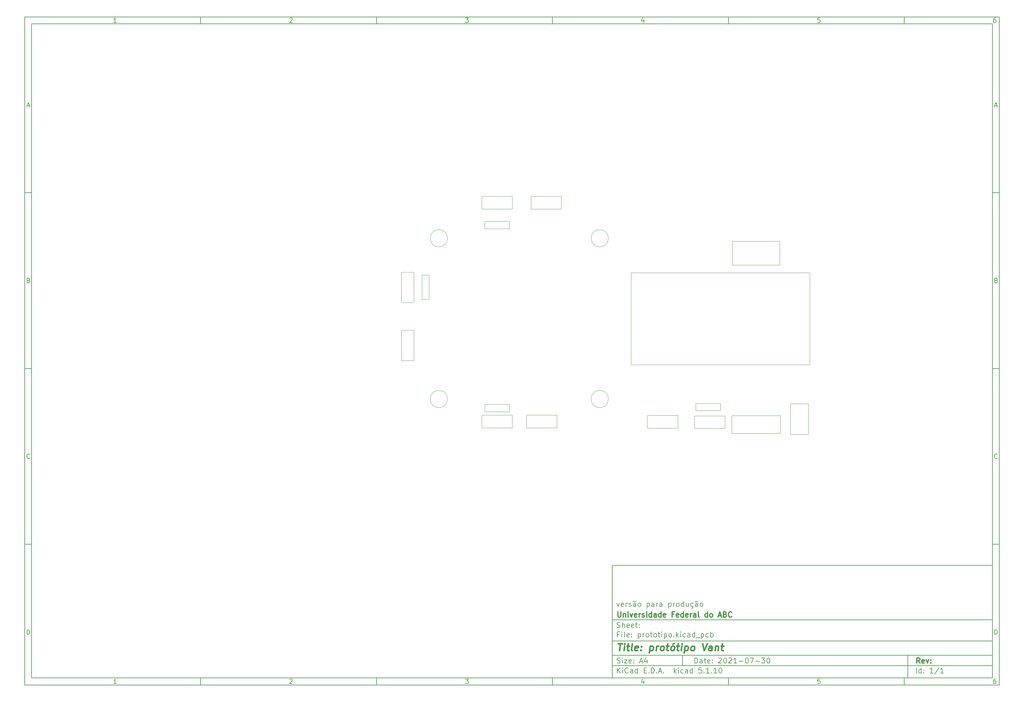
<source format=gbr>
%TF.GenerationSoftware,KiCad,Pcbnew,5.1.10*%
%TF.CreationDate,2021-08-11T12:17:18-03:00*%
%TF.ProjectId,prototipo,70726f74-6f74-4697-906f-2e6b69636164,rev?*%
%TF.SameCoordinates,Original*%
%TF.FileFunction,Other,User*%
%FSLAX46Y46*%
G04 Gerber Fmt 4.6, Leading zero omitted, Abs format (unit mm)*
G04 Created by KiCad (PCBNEW 5.1.10) date 2021-08-11 12:17:18*
%MOMM*%
%LPD*%
G01*
G04 APERTURE LIST*
%ADD10C,0.100000*%
%ADD11C,0.150000*%
%ADD12C,0.300000*%
%ADD13C,0.400000*%
%ADD14C,0.050000*%
G04 APERTURE END LIST*
D10*
D11*
X177002200Y-166007200D02*
X177002200Y-198007200D01*
X285002200Y-198007200D01*
X285002200Y-166007200D01*
X177002200Y-166007200D01*
D10*
D11*
X10000000Y-10000000D02*
X10000000Y-200007200D01*
X287002200Y-200007200D01*
X287002200Y-10000000D01*
X10000000Y-10000000D01*
D10*
D11*
X12000000Y-12000000D02*
X12000000Y-198007200D01*
X285002200Y-198007200D01*
X285002200Y-12000000D01*
X12000000Y-12000000D01*
D10*
D11*
X60000000Y-12000000D02*
X60000000Y-10000000D01*
D10*
D11*
X110000000Y-12000000D02*
X110000000Y-10000000D01*
D10*
D11*
X160000000Y-12000000D02*
X160000000Y-10000000D01*
D10*
D11*
X210000000Y-12000000D02*
X210000000Y-10000000D01*
D10*
D11*
X260000000Y-12000000D02*
X260000000Y-10000000D01*
D10*
D11*
X36065476Y-11588095D02*
X35322619Y-11588095D01*
X35694047Y-11588095D02*
X35694047Y-10288095D01*
X35570238Y-10473809D01*
X35446428Y-10597619D01*
X35322619Y-10659523D01*
D10*
D11*
X85322619Y-10411904D02*
X85384523Y-10350000D01*
X85508333Y-10288095D01*
X85817857Y-10288095D01*
X85941666Y-10350000D01*
X86003571Y-10411904D01*
X86065476Y-10535714D01*
X86065476Y-10659523D01*
X86003571Y-10845238D01*
X85260714Y-11588095D01*
X86065476Y-11588095D01*
D10*
D11*
X135260714Y-10288095D02*
X136065476Y-10288095D01*
X135632142Y-10783333D01*
X135817857Y-10783333D01*
X135941666Y-10845238D01*
X136003571Y-10907142D01*
X136065476Y-11030952D01*
X136065476Y-11340476D01*
X136003571Y-11464285D01*
X135941666Y-11526190D01*
X135817857Y-11588095D01*
X135446428Y-11588095D01*
X135322619Y-11526190D01*
X135260714Y-11464285D01*
D10*
D11*
X185941666Y-10721428D02*
X185941666Y-11588095D01*
X185632142Y-10226190D02*
X185322619Y-11154761D01*
X186127380Y-11154761D01*
D10*
D11*
X236003571Y-10288095D02*
X235384523Y-10288095D01*
X235322619Y-10907142D01*
X235384523Y-10845238D01*
X235508333Y-10783333D01*
X235817857Y-10783333D01*
X235941666Y-10845238D01*
X236003571Y-10907142D01*
X236065476Y-11030952D01*
X236065476Y-11340476D01*
X236003571Y-11464285D01*
X235941666Y-11526190D01*
X235817857Y-11588095D01*
X235508333Y-11588095D01*
X235384523Y-11526190D01*
X235322619Y-11464285D01*
D10*
D11*
X285941666Y-10288095D02*
X285694047Y-10288095D01*
X285570238Y-10350000D01*
X285508333Y-10411904D01*
X285384523Y-10597619D01*
X285322619Y-10845238D01*
X285322619Y-11340476D01*
X285384523Y-11464285D01*
X285446428Y-11526190D01*
X285570238Y-11588095D01*
X285817857Y-11588095D01*
X285941666Y-11526190D01*
X286003571Y-11464285D01*
X286065476Y-11340476D01*
X286065476Y-11030952D01*
X286003571Y-10907142D01*
X285941666Y-10845238D01*
X285817857Y-10783333D01*
X285570238Y-10783333D01*
X285446428Y-10845238D01*
X285384523Y-10907142D01*
X285322619Y-11030952D01*
D10*
D11*
X60000000Y-198007200D02*
X60000000Y-200007200D01*
D10*
D11*
X110000000Y-198007200D02*
X110000000Y-200007200D01*
D10*
D11*
X160000000Y-198007200D02*
X160000000Y-200007200D01*
D10*
D11*
X210000000Y-198007200D02*
X210000000Y-200007200D01*
D10*
D11*
X260000000Y-198007200D02*
X260000000Y-200007200D01*
D10*
D11*
X36065476Y-199595295D02*
X35322619Y-199595295D01*
X35694047Y-199595295D02*
X35694047Y-198295295D01*
X35570238Y-198481009D01*
X35446428Y-198604819D01*
X35322619Y-198666723D01*
D10*
D11*
X85322619Y-198419104D02*
X85384523Y-198357200D01*
X85508333Y-198295295D01*
X85817857Y-198295295D01*
X85941666Y-198357200D01*
X86003571Y-198419104D01*
X86065476Y-198542914D01*
X86065476Y-198666723D01*
X86003571Y-198852438D01*
X85260714Y-199595295D01*
X86065476Y-199595295D01*
D10*
D11*
X135260714Y-198295295D02*
X136065476Y-198295295D01*
X135632142Y-198790533D01*
X135817857Y-198790533D01*
X135941666Y-198852438D01*
X136003571Y-198914342D01*
X136065476Y-199038152D01*
X136065476Y-199347676D01*
X136003571Y-199471485D01*
X135941666Y-199533390D01*
X135817857Y-199595295D01*
X135446428Y-199595295D01*
X135322619Y-199533390D01*
X135260714Y-199471485D01*
D10*
D11*
X185941666Y-198728628D02*
X185941666Y-199595295D01*
X185632142Y-198233390D02*
X185322619Y-199161961D01*
X186127380Y-199161961D01*
D10*
D11*
X236003571Y-198295295D02*
X235384523Y-198295295D01*
X235322619Y-198914342D01*
X235384523Y-198852438D01*
X235508333Y-198790533D01*
X235817857Y-198790533D01*
X235941666Y-198852438D01*
X236003571Y-198914342D01*
X236065476Y-199038152D01*
X236065476Y-199347676D01*
X236003571Y-199471485D01*
X235941666Y-199533390D01*
X235817857Y-199595295D01*
X235508333Y-199595295D01*
X235384523Y-199533390D01*
X235322619Y-199471485D01*
D10*
D11*
X285941666Y-198295295D02*
X285694047Y-198295295D01*
X285570238Y-198357200D01*
X285508333Y-198419104D01*
X285384523Y-198604819D01*
X285322619Y-198852438D01*
X285322619Y-199347676D01*
X285384523Y-199471485D01*
X285446428Y-199533390D01*
X285570238Y-199595295D01*
X285817857Y-199595295D01*
X285941666Y-199533390D01*
X286003571Y-199471485D01*
X286065476Y-199347676D01*
X286065476Y-199038152D01*
X286003571Y-198914342D01*
X285941666Y-198852438D01*
X285817857Y-198790533D01*
X285570238Y-198790533D01*
X285446428Y-198852438D01*
X285384523Y-198914342D01*
X285322619Y-199038152D01*
D10*
D11*
X10000000Y-60000000D02*
X12000000Y-60000000D01*
D10*
D11*
X10000000Y-110000000D02*
X12000000Y-110000000D01*
D10*
D11*
X10000000Y-160000000D02*
X12000000Y-160000000D01*
D10*
D11*
X10690476Y-35216666D02*
X11309523Y-35216666D01*
X10566666Y-35588095D02*
X11000000Y-34288095D01*
X11433333Y-35588095D01*
D10*
D11*
X11092857Y-84907142D02*
X11278571Y-84969047D01*
X11340476Y-85030952D01*
X11402380Y-85154761D01*
X11402380Y-85340476D01*
X11340476Y-85464285D01*
X11278571Y-85526190D01*
X11154761Y-85588095D01*
X10659523Y-85588095D01*
X10659523Y-84288095D01*
X11092857Y-84288095D01*
X11216666Y-84350000D01*
X11278571Y-84411904D01*
X11340476Y-84535714D01*
X11340476Y-84659523D01*
X11278571Y-84783333D01*
X11216666Y-84845238D01*
X11092857Y-84907142D01*
X10659523Y-84907142D01*
D10*
D11*
X11402380Y-135464285D02*
X11340476Y-135526190D01*
X11154761Y-135588095D01*
X11030952Y-135588095D01*
X10845238Y-135526190D01*
X10721428Y-135402380D01*
X10659523Y-135278571D01*
X10597619Y-135030952D01*
X10597619Y-134845238D01*
X10659523Y-134597619D01*
X10721428Y-134473809D01*
X10845238Y-134350000D01*
X11030952Y-134288095D01*
X11154761Y-134288095D01*
X11340476Y-134350000D01*
X11402380Y-134411904D01*
D10*
D11*
X10659523Y-185588095D02*
X10659523Y-184288095D01*
X10969047Y-184288095D01*
X11154761Y-184350000D01*
X11278571Y-184473809D01*
X11340476Y-184597619D01*
X11402380Y-184845238D01*
X11402380Y-185030952D01*
X11340476Y-185278571D01*
X11278571Y-185402380D01*
X11154761Y-185526190D01*
X10969047Y-185588095D01*
X10659523Y-185588095D01*
D10*
D11*
X287002200Y-60000000D02*
X285002200Y-60000000D01*
D10*
D11*
X287002200Y-110000000D02*
X285002200Y-110000000D01*
D10*
D11*
X287002200Y-160000000D02*
X285002200Y-160000000D01*
D10*
D11*
X285692676Y-35216666D02*
X286311723Y-35216666D01*
X285568866Y-35588095D02*
X286002200Y-34288095D01*
X286435533Y-35588095D01*
D10*
D11*
X286095057Y-84907142D02*
X286280771Y-84969047D01*
X286342676Y-85030952D01*
X286404580Y-85154761D01*
X286404580Y-85340476D01*
X286342676Y-85464285D01*
X286280771Y-85526190D01*
X286156961Y-85588095D01*
X285661723Y-85588095D01*
X285661723Y-84288095D01*
X286095057Y-84288095D01*
X286218866Y-84350000D01*
X286280771Y-84411904D01*
X286342676Y-84535714D01*
X286342676Y-84659523D01*
X286280771Y-84783333D01*
X286218866Y-84845238D01*
X286095057Y-84907142D01*
X285661723Y-84907142D01*
D10*
D11*
X286404580Y-135464285D02*
X286342676Y-135526190D01*
X286156961Y-135588095D01*
X286033152Y-135588095D01*
X285847438Y-135526190D01*
X285723628Y-135402380D01*
X285661723Y-135278571D01*
X285599819Y-135030952D01*
X285599819Y-134845238D01*
X285661723Y-134597619D01*
X285723628Y-134473809D01*
X285847438Y-134350000D01*
X286033152Y-134288095D01*
X286156961Y-134288095D01*
X286342676Y-134350000D01*
X286404580Y-134411904D01*
D10*
D11*
X285661723Y-185588095D02*
X285661723Y-184288095D01*
X285971247Y-184288095D01*
X286156961Y-184350000D01*
X286280771Y-184473809D01*
X286342676Y-184597619D01*
X286404580Y-184845238D01*
X286404580Y-185030952D01*
X286342676Y-185278571D01*
X286280771Y-185402380D01*
X286156961Y-185526190D01*
X285971247Y-185588095D01*
X285661723Y-185588095D01*
D10*
D11*
X200434342Y-193785771D02*
X200434342Y-192285771D01*
X200791485Y-192285771D01*
X201005771Y-192357200D01*
X201148628Y-192500057D01*
X201220057Y-192642914D01*
X201291485Y-192928628D01*
X201291485Y-193142914D01*
X201220057Y-193428628D01*
X201148628Y-193571485D01*
X201005771Y-193714342D01*
X200791485Y-193785771D01*
X200434342Y-193785771D01*
X202577200Y-193785771D02*
X202577200Y-193000057D01*
X202505771Y-192857200D01*
X202362914Y-192785771D01*
X202077200Y-192785771D01*
X201934342Y-192857200D01*
X202577200Y-193714342D02*
X202434342Y-193785771D01*
X202077200Y-193785771D01*
X201934342Y-193714342D01*
X201862914Y-193571485D01*
X201862914Y-193428628D01*
X201934342Y-193285771D01*
X202077200Y-193214342D01*
X202434342Y-193214342D01*
X202577200Y-193142914D01*
X203077200Y-192785771D02*
X203648628Y-192785771D01*
X203291485Y-192285771D02*
X203291485Y-193571485D01*
X203362914Y-193714342D01*
X203505771Y-193785771D01*
X203648628Y-193785771D01*
X204720057Y-193714342D02*
X204577200Y-193785771D01*
X204291485Y-193785771D01*
X204148628Y-193714342D01*
X204077200Y-193571485D01*
X204077200Y-193000057D01*
X204148628Y-192857200D01*
X204291485Y-192785771D01*
X204577200Y-192785771D01*
X204720057Y-192857200D01*
X204791485Y-193000057D01*
X204791485Y-193142914D01*
X204077200Y-193285771D01*
X205434342Y-193642914D02*
X205505771Y-193714342D01*
X205434342Y-193785771D01*
X205362914Y-193714342D01*
X205434342Y-193642914D01*
X205434342Y-193785771D01*
X205434342Y-192857200D02*
X205505771Y-192928628D01*
X205434342Y-193000057D01*
X205362914Y-192928628D01*
X205434342Y-192857200D01*
X205434342Y-193000057D01*
X207220057Y-192428628D02*
X207291485Y-192357200D01*
X207434342Y-192285771D01*
X207791485Y-192285771D01*
X207934342Y-192357200D01*
X208005771Y-192428628D01*
X208077200Y-192571485D01*
X208077200Y-192714342D01*
X208005771Y-192928628D01*
X207148628Y-193785771D01*
X208077200Y-193785771D01*
X209005771Y-192285771D02*
X209148628Y-192285771D01*
X209291485Y-192357200D01*
X209362914Y-192428628D01*
X209434342Y-192571485D01*
X209505771Y-192857200D01*
X209505771Y-193214342D01*
X209434342Y-193500057D01*
X209362914Y-193642914D01*
X209291485Y-193714342D01*
X209148628Y-193785771D01*
X209005771Y-193785771D01*
X208862914Y-193714342D01*
X208791485Y-193642914D01*
X208720057Y-193500057D01*
X208648628Y-193214342D01*
X208648628Y-192857200D01*
X208720057Y-192571485D01*
X208791485Y-192428628D01*
X208862914Y-192357200D01*
X209005771Y-192285771D01*
X210077200Y-192428628D02*
X210148628Y-192357200D01*
X210291485Y-192285771D01*
X210648628Y-192285771D01*
X210791485Y-192357200D01*
X210862914Y-192428628D01*
X210934342Y-192571485D01*
X210934342Y-192714342D01*
X210862914Y-192928628D01*
X210005771Y-193785771D01*
X210934342Y-193785771D01*
X212362914Y-193785771D02*
X211505771Y-193785771D01*
X211934342Y-193785771D02*
X211934342Y-192285771D01*
X211791485Y-192500057D01*
X211648628Y-192642914D01*
X211505771Y-192714342D01*
X213005771Y-193214342D02*
X214148628Y-193214342D01*
X215148628Y-192285771D02*
X215291485Y-192285771D01*
X215434342Y-192357200D01*
X215505771Y-192428628D01*
X215577200Y-192571485D01*
X215648628Y-192857200D01*
X215648628Y-193214342D01*
X215577200Y-193500057D01*
X215505771Y-193642914D01*
X215434342Y-193714342D01*
X215291485Y-193785771D01*
X215148628Y-193785771D01*
X215005771Y-193714342D01*
X214934342Y-193642914D01*
X214862914Y-193500057D01*
X214791485Y-193214342D01*
X214791485Y-192857200D01*
X214862914Y-192571485D01*
X214934342Y-192428628D01*
X215005771Y-192357200D01*
X215148628Y-192285771D01*
X216148628Y-192285771D02*
X217148628Y-192285771D01*
X216505771Y-193785771D01*
X217720057Y-193214342D02*
X218862914Y-193214342D01*
X219434342Y-192285771D02*
X220362914Y-192285771D01*
X219862914Y-192857200D01*
X220077200Y-192857200D01*
X220220057Y-192928628D01*
X220291485Y-193000057D01*
X220362914Y-193142914D01*
X220362914Y-193500057D01*
X220291485Y-193642914D01*
X220220057Y-193714342D01*
X220077200Y-193785771D01*
X219648628Y-193785771D01*
X219505771Y-193714342D01*
X219434342Y-193642914D01*
X221291485Y-192285771D02*
X221434342Y-192285771D01*
X221577200Y-192357200D01*
X221648628Y-192428628D01*
X221720057Y-192571485D01*
X221791485Y-192857200D01*
X221791485Y-193214342D01*
X221720057Y-193500057D01*
X221648628Y-193642914D01*
X221577200Y-193714342D01*
X221434342Y-193785771D01*
X221291485Y-193785771D01*
X221148628Y-193714342D01*
X221077200Y-193642914D01*
X221005771Y-193500057D01*
X220934342Y-193214342D01*
X220934342Y-192857200D01*
X221005771Y-192571485D01*
X221077200Y-192428628D01*
X221148628Y-192357200D01*
X221291485Y-192285771D01*
D10*
D11*
X177002200Y-194507200D02*
X285002200Y-194507200D01*
D10*
D11*
X178434342Y-196585771D02*
X178434342Y-195085771D01*
X179291485Y-196585771D02*
X178648628Y-195728628D01*
X179291485Y-195085771D02*
X178434342Y-195942914D01*
X179934342Y-196585771D02*
X179934342Y-195585771D01*
X179934342Y-195085771D02*
X179862914Y-195157200D01*
X179934342Y-195228628D01*
X180005771Y-195157200D01*
X179934342Y-195085771D01*
X179934342Y-195228628D01*
X181505771Y-196442914D02*
X181434342Y-196514342D01*
X181220057Y-196585771D01*
X181077200Y-196585771D01*
X180862914Y-196514342D01*
X180720057Y-196371485D01*
X180648628Y-196228628D01*
X180577200Y-195942914D01*
X180577200Y-195728628D01*
X180648628Y-195442914D01*
X180720057Y-195300057D01*
X180862914Y-195157200D01*
X181077200Y-195085771D01*
X181220057Y-195085771D01*
X181434342Y-195157200D01*
X181505771Y-195228628D01*
X182791485Y-196585771D02*
X182791485Y-195800057D01*
X182720057Y-195657200D01*
X182577200Y-195585771D01*
X182291485Y-195585771D01*
X182148628Y-195657200D01*
X182791485Y-196514342D02*
X182648628Y-196585771D01*
X182291485Y-196585771D01*
X182148628Y-196514342D01*
X182077200Y-196371485D01*
X182077200Y-196228628D01*
X182148628Y-196085771D01*
X182291485Y-196014342D01*
X182648628Y-196014342D01*
X182791485Y-195942914D01*
X184148628Y-196585771D02*
X184148628Y-195085771D01*
X184148628Y-196514342D02*
X184005771Y-196585771D01*
X183720057Y-196585771D01*
X183577200Y-196514342D01*
X183505771Y-196442914D01*
X183434342Y-196300057D01*
X183434342Y-195871485D01*
X183505771Y-195728628D01*
X183577200Y-195657200D01*
X183720057Y-195585771D01*
X184005771Y-195585771D01*
X184148628Y-195657200D01*
X186005771Y-195800057D02*
X186505771Y-195800057D01*
X186720057Y-196585771D02*
X186005771Y-196585771D01*
X186005771Y-195085771D01*
X186720057Y-195085771D01*
X187362914Y-196442914D02*
X187434342Y-196514342D01*
X187362914Y-196585771D01*
X187291485Y-196514342D01*
X187362914Y-196442914D01*
X187362914Y-196585771D01*
X188077200Y-196585771D02*
X188077200Y-195085771D01*
X188434342Y-195085771D01*
X188648628Y-195157200D01*
X188791485Y-195300057D01*
X188862914Y-195442914D01*
X188934342Y-195728628D01*
X188934342Y-195942914D01*
X188862914Y-196228628D01*
X188791485Y-196371485D01*
X188648628Y-196514342D01*
X188434342Y-196585771D01*
X188077200Y-196585771D01*
X189577200Y-196442914D02*
X189648628Y-196514342D01*
X189577200Y-196585771D01*
X189505771Y-196514342D01*
X189577200Y-196442914D01*
X189577200Y-196585771D01*
X190220057Y-196157200D02*
X190934342Y-196157200D01*
X190077200Y-196585771D02*
X190577200Y-195085771D01*
X191077200Y-196585771D01*
X191577200Y-196442914D02*
X191648628Y-196514342D01*
X191577200Y-196585771D01*
X191505771Y-196514342D01*
X191577200Y-196442914D01*
X191577200Y-196585771D01*
X194577200Y-196585771D02*
X194577200Y-195085771D01*
X194720057Y-196014342D02*
X195148628Y-196585771D01*
X195148628Y-195585771D02*
X194577200Y-196157200D01*
X195791485Y-196585771D02*
X195791485Y-195585771D01*
X195791485Y-195085771D02*
X195720057Y-195157200D01*
X195791485Y-195228628D01*
X195862914Y-195157200D01*
X195791485Y-195085771D01*
X195791485Y-195228628D01*
X197148628Y-196514342D02*
X197005771Y-196585771D01*
X196720057Y-196585771D01*
X196577200Y-196514342D01*
X196505771Y-196442914D01*
X196434342Y-196300057D01*
X196434342Y-195871485D01*
X196505771Y-195728628D01*
X196577200Y-195657200D01*
X196720057Y-195585771D01*
X197005771Y-195585771D01*
X197148628Y-195657200D01*
X198434342Y-196585771D02*
X198434342Y-195800057D01*
X198362914Y-195657200D01*
X198220057Y-195585771D01*
X197934342Y-195585771D01*
X197791485Y-195657200D01*
X198434342Y-196514342D02*
X198291485Y-196585771D01*
X197934342Y-196585771D01*
X197791485Y-196514342D01*
X197720057Y-196371485D01*
X197720057Y-196228628D01*
X197791485Y-196085771D01*
X197934342Y-196014342D01*
X198291485Y-196014342D01*
X198434342Y-195942914D01*
X199791485Y-196585771D02*
X199791485Y-195085771D01*
X199791485Y-196514342D02*
X199648628Y-196585771D01*
X199362914Y-196585771D01*
X199220057Y-196514342D01*
X199148628Y-196442914D01*
X199077200Y-196300057D01*
X199077200Y-195871485D01*
X199148628Y-195728628D01*
X199220057Y-195657200D01*
X199362914Y-195585771D01*
X199648628Y-195585771D01*
X199791485Y-195657200D01*
X202362914Y-195085771D02*
X201648628Y-195085771D01*
X201577200Y-195800057D01*
X201648628Y-195728628D01*
X201791485Y-195657200D01*
X202148628Y-195657200D01*
X202291485Y-195728628D01*
X202362914Y-195800057D01*
X202434342Y-195942914D01*
X202434342Y-196300057D01*
X202362914Y-196442914D01*
X202291485Y-196514342D01*
X202148628Y-196585771D01*
X201791485Y-196585771D01*
X201648628Y-196514342D01*
X201577200Y-196442914D01*
X203077200Y-196442914D02*
X203148628Y-196514342D01*
X203077200Y-196585771D01*
X203005771Y-196514342D01*
X203077200Y-196442914D01*
X203077200Y-196585771D01*
X204577200Y-196585771D02*
X203720057Y-196585771D01*
X204148628Y-196585771D02*
X204148628Y-195085771D01*
X204005771Y-195300057D01*
X203862914Y-195442914D01*
X203720057Y-195514342D01*
X205220057Y-196442914D02*
X205291485Y-196514342D01*
X205220057Y-196585771D01*
X205148628Y-196514342D01*
X205220057Y-196442914D01*
X205220057Y-196585771D01*
X206720057Y-196585771D02*
X205862914Y-196585771D01*
X206291485Y-196585771D02*
X206291485Y-195085771D01*
X206148628Y-195300057D01*
X206005771Y-195442914D01*
X205862914Y-195514342D01*
X207648628Y-195085771D02*
X207791485Y-195085771D01*
X207934342Y-195157200D01*
X208005771Y-195228628D01*
X208077200Y-195371485D01*
X208148628Y-195657200D01*
X208148628Y-196014342D01*
X208077200Y-196300057D01*
X208005771Y-196442914D01*
X207934342Y-196514342D01*
X207791485Y-196585771D01*
X207648628Y-196585771D01*
X207505771Y-196514342D01*
X207434342Y-196442914D01*
X207362914Y-196300057D01*
X207291485Y-196014342D01*
X207291485Y-195657200D01*
X207362914Y-195371485D01*
X207434342Y-195228628D01*
X207505771Y-195157200D01*
X207648628Y-195085771D01*
D10*
D11*
X177002200Y-191507200D02*
X285002200Y-191507200D01*
D10*
D12*
X264411485Y-193785771D02*
X263911485Y-193071485D01*
X263554342Y-193785771D02*
X263554342Y-192285771D01*
X264125771Y-192285771D01*
X264268628Y-192357200D01*
X264340057Y-192428628D01*
X264411485Y-192571485D01*
X264411485Y-192785771D01*
X264340057Y-192928628D01*
X264268628Y-193000057D01*
X264125771Y-193071485D01*
X263554342Y-193071485D01*
X265625771Y-193714342D02*
X265482914Y-193785771D01*
X265197200Y-193785771D01*
X265054342Y-193714342D01*
X264982914Y-193571485D01*
X264982914Y-193000057D01*
X265054342Y-192857200D01*
X265197200Y-192785771D01*
X265482914Y-192785771D01*
X265625771Y-192857200D01*
X265697200Y-193000057D01*
X265697200Y-193142914D01*
X264982914Y-193285771D01*
X266197200Y-192785771D02*
X266554342Y-193785771D01*
X266911485Y-192785771D01*
X267482914Y-193642914D02*
X267554342Y-193714342D01*
X267482914Y-193785771D01*
X267411485Y-193714342D01*
X267482914Y-193642914D01*
X267482914Y-193785771D01*
X267482914Y-192857200D02*
X267554342Y-192928628D01*
X267482914Y-193000057D01*
X267411485Y-192928628D01*
X267482914Y-192857200D01*
X267482914Y-193000057D01*
D10*
D11*
X178362914Y-193714342D02*
X178577200Y-193785771D01*
X178934342Y-193785771D01*
X179077200Y-193714342D01*
X179148628Y-193642914D01*
X179220057Y-193500057D01*
X179220057Y-193357200D01*
X179148628Y-193214342D01*
X179077200Y-193142914D01*
X178934342Y-193071485D01*
X178648628Y-193000057D01*
X178505771Y-192928628D01*
X178434342Y-192857200D01*
X178362914Y-192714342D01*
X178362914Y-192571485D01*
X178434342Y-192428628D01*
X178505771Y-192357200D01*
X178648628Y-192285771D01*
X179005771Y-192285771D01*
X179220057Y-192357200D01*
X179862914Y-193785771D02*
X179862914Y-192785771D01*
X179862914Y-192285771D02*
X179791485Y-192357200D01*
X179862914Y-192428628D01*
X179934342Y-192357200D01*
X179862914Y-192285771D01*
X179862914Y-192428628D01*
X180434342Y-192785771D02*
X181220057Y-192785771D01*
X180434342Y-193785771D01*
X181220057Y-193785771D01*
X182362914Y-193714342D02*
X182220057Y-193785771D01*
X181934342Y-193785771D01*
X181791485Y-193714342D01*
X181720057Y-193571485D01*
X181720057Y-193000057D01*
X181791485Y-192857200D01*
X181934342Y-192785771D01*
X182220057Y-192785771D01*
X182362914Y-192857200D01*
X182434342Y-193000057D01*
X182434342Y-193142914D01*
X181720057Y-193285771D01*
X183077200Y-193642914D02*
X183148628Y-193714342D01*
X183077200Y-193785771D01*
X183005771Y-193714342D01*
X183077200Y-193642914D01*
X183077200Y-193785771D01*
X183077200Y-192857200D02*
X183148628Y-192928628D01*
X183077200Y-193000057D01*
X183005771Y-192928628D01*
X183077200Y-192857200D01*
X183077200Y-193000057D01*
X184862914Y-193357200D02*
X185577200Y-193357200D01*
X184720057Y-193785771D02*
X185220057Y-192285771D01*
X185720057Y-193785771D01*
X186862914Y-192785771D02*
X186862914Y-193785771D01*
X186505771Y-192214342D02*
X186148628Y-193285771D01*
X187077200Y-193285771D01*
D10*
D11*
X263434342Y-196585771D02*
X263434342Y-195085771D01*
X264791485Y-196585771D02*
X264791485Y-195085771D01*
X264791485Y-196514342D02*
X264648628Y-196585771D01*
X264362914Y-196585771D01*
X264220057Y-196514342D01*
X264148628Y-196442914D01*
X264077200Y-196300057D01*
X264077200Y-195871485D01*
X264148628Y-195728628D01*
X264220057Y-195657200D01*
X264362914Y-195585771D01*
X264648628Y-195585771D01*
X264791485Y-195657200D01*
X265505771Y-196442914D02*
X265577200Y-196514342D01*
X265505771Y-196585771D01*
X265434342Y-196514342D01*
X265505771Y-196442914D01*
X265505771Y-196585771D01*
X265505771Y-195657200D02*
X265577200Y-195728628D01*
X265505771Y-195800057D01*
X265434342Y-195728628D01*
X265505771Y-195657200D01*
X265505771Y-195800057D01*
X268148628Y-196585771D02*
X267291485Y-196585771D01*
X267720057Y-196585771D02*
X267720057Y-195085771D01*
X267577200Y-195300057D01*
X267434342Y-195442914D01*
X267291485Y-195514342D01*
X269862914Y-195014342D02*
X268577200Y-196942914D01*
X271148628Y-196585771D02*
X270291485Y-196585771D01*
X270720057Y-196585771D02*
X270720057Y-195085771D01*
X270577200Y-195300057D01*
X270434342Y-195442914D01*
X270291485Y-195514342D01*
D10*
D11*
X177002200Y-187507200D02*
X285002200Y-187507200D01*
D10*
D13*
X178714580Y-188211961D02*
X179857438Y-188211961D01*
X179036009Y-190211961D02*
X179286009Y-188211961D01*
X180274104Y-190211961D02*
X180440771Y-188878628D01*
X180524104Y-188211961D02*
X180416961Y-188307200D01*
X180500295Y-188402438D01*
X180607438Y-188307200D01*
X180524104Y-188211961D01*
X180500295Y-188402438D01*
X181107438Y-188878628D02*
X181869342Y-188878628D01*
X181476485Y-188211961D02*
X181262200Y-189926247D01*
X181333628Y-190116723D01*
X181512200Y-190211961D01*
X181702676Y-190211961D01*
X182655057Y-190211961D02*
X182476485Y-190116723D01*
X182405057Y-189926247D01*
X182619342Y-188211961D01*
X184190771Y-190116723D02*
X183988390Y-190211961D01*
X183607438Y-190211961D01*
X183428866Y-190116723D01*
X183357438Y-189926247D01*
X183452676Y-189164342D01*
X183571723Y-188973866D01*
X183774104Y-188878628D01*
X184155057Y-188878628D01*
X184333628Y-188973866D01*
X184405057Y-189164342D01*
X184381247Y-189354819D01*
X183405057Y-189545295D01*
X185155057Y-190021485D02*
X185238390Y-190116723D01*
X185131247Y-190211961D01*
X185047914Y-190116723D01*
X185155057Y-190021485D01*
X185131247Y-190211961D01*
X185286009Y-188973866D02*
X185369342Y-189069104D01*
X185262200Y-189164342D01*
X185178866Y-189069104D01*
X185286009Y-188973866D01*
X185262200Y-189164342D01*
X187774104Y-188878628D02*
X187524104Y-190878628D01*
X187762200Y-188973866D02*
X187964580Y-188878628D01*
X188345533Y-188878628D01*
X188524104Y-188973866D01*
X188607438Y-189069104D01*
X188678866Y-189259580D01*
X188607438Y-189831009D01*
X188488390Y-190021485D01*
X188381247Y-190116723D01*
X188178866Y-190211961D01*
X187797914Y-190211961D01*
X187619342Y-190116723D01*
X189416961Y-190211961D02*
X189583628Y-188878628D01*
X189536009Y-189259580D02*
X189655057Y-189069104D01*
X189762200Y-188973866D01*
X189964580Y-188878628D01*
X190155057Y-188878628D01*
X190940771Y-190211961D02*
X190762200Y-190116723D01*
X190678866Y-190021485D01*
X190607438Y-189831009D01*
X190678866Y-189259580D01*
X190797914Y-189069104D01*
X190905057Y-188973866D01*
X191107438Y-188878628D01*
X191393152Y-188878628D01*
X191571723Y-188973866D01*
X191655057Y-189069104D01*
X191726485Y-189259580D01*
X191655057Y-189831009D01*
X191536009Y-190021485D01*
X191428866Y-190116723D01*
X191226485Y-190211961D01*
X190940771Y-190211961D01*
X192345533Y-188878628D02*
X193107438Y-188878628D01*
X192714580Y-188211961D02*
X192500295Y-189926247D01*
X192571723Y-190116723D01*
X192750295Y-190211961D01*
X192940771Y-190211961D01*
X193893152Y-190211961D02*
X193714580Y-190116723D01*
X193631247Y-190021485D01*
X193559819Y-189831009D01*
X193631247Y-189259580D01*
X193750295Y-189069104D01*
X193857438Y-188973866D01*
X194059819Y-188878628D01*
X194345533Y-188878628D01*
X194524104Y-188973866D01*
X194607438Y-189069104D01*
X194678866Y-189259580D01*
X194607438Y-189831009D01*
X194488390Y-190021485D01*
X194381247Y-190116723D01*
X194178866Y-190211961D01*
X193893152Y-190211961D01*
X194536009Y-188116723D02*
X194214580Y-188402438D01*
X195297914Y-188878628D02*
X196059819Y-188878628D01*
X195666961Y-188211961D02*
X195452676Y-189926247D01*
X195524104Y-190116723D01*
X195702676Y-190211961D01*
X195893152Y-190211961D01*
X196559819Y-190211961D02*
X196726485Y-188878628D01*
X196809819Y-188211961D02*
X196702676Y-188307200D01*
X196786009Y-188402438D01*
X196893152Y-188307200D01*
X196809819Y-188211961D01*
X196786009Y-188402438D01*
X197678866Y-188878628D02*
X197428866Y-190878628D01*
X197666961Y-188973866D02*
X197869342Y-188878628D01*
X198250295Y-188878628D01*
X198428866Y-188973866D01*
X198512200Y-189069104D01*
X198583628Y-189259580D01*
X198512200Y-189831009D01*
X198393152Y-190021485D01*
X198286009Y-190116723D01*
X198083628Y-190211961D01*
X197702676Y-190211961D01*
X197524104Y-190116723D01*
X199607438Y-190211961D02*
X199428866Y-190116723D01*
X199345533Y-190021485D01*
X199274104Y-189831009D01*
X199345533Y-189259580D01*
X199464580Y-189069104D01*
X199571723Y-188973866D01*
X199774104Y-188878628D01*
X200059819Y-188878628D01*
X200238390Y-188973866D01*
X200321723Y-189069104D01*
X200393152Y-189259580D01*
X200321723Y-189831009D01*
X200202676Y-190021485D01*
X200095533Y-190116723D01*
X199893152Y-190211961D01*
X199607438Y-190211961D01*
X202619342Y-188211961D02*
X203036009Y-190211961D01*
X203952676Y-188211961D01*
X205226485Y-190211961D02*
X205357438Y-189164342D01*
X205286009Y-188973866D01*
X205107438Y-188878628D01*
X204726485Y-188878628D01*
X204524104Y-188973866D01*
X205238390Y-190116723D02*
X205036009Y-190211961D01*
X204559819Y-190211961D01*
X204381247Y-190116723D01*
X204309819Y-189926247D01*
X204333628Y-189735771D01*
X204452676Y-189545295D01*
X204655057Y-189450057D01*
X205131247Y-189450057D01*
X205333628Y-189354819D01*
X206345533Y-188878628D02*
X206178866Y-190211961D01*
X206321723Y-189069104D02*
X206428866Y-188973866D01*
X206631247Y-188878628D01*
X206916961Y-188878628D01*
X207095533Y-188973866D01*
X207166961Y-189164342D01*
X207036009Y-190211961D01*
X207869342Y-188878628D02*
X208631247Y-188878628D01*
X208238390Y-188211961D02*
X208024104Y-189926247D01*
X208095533Y-190116723D01*
X208274104Y-190211961D01*
X208464580Y-190211961D01*
D10*
D11*
X178934342Y-185600057D02*
X178434342Y-185600057D01*
X178434342Y-186385771D02*
X178434342Y-184885771D01*
X179148628Y-184885771D01*
X179720057Y-186385771D02*
X179720057Y-185385771D01*
X179720057Y-184885771D02*
X179648628Y-184957200D01*
X179720057Y-185028628D01*
X179791485Y-184957200D01*
X179720057Y-184885771D01*
X179720057Y-185028628D01*
X180648628Y-186385771D02*
X180505771Y-186314342D01*
X180434342Y-186171485D01*
X180434342Y-184885771D01*
X181791485Y-186314342D02*
X181648628Y-186385771D01*
X181362914Y-186385771D01*
X181220057Y-186314342D01*
X181148628Y-186171485D01*
X181148628Y-185600057D01*
X181220057Y-185457200D01*
X181362914Y-185385771D01*
X181648628Y-185385771D01*
X181791485Y-185457200D01*
X181862914Y-185600057D01*
X181862914Y-185742914D01*
X181148628Y-185885771D01*
X182505771Y-186242914D02*
X182577200Y-186314342D01*
X182505771Y-186385771D01*
X182434342Y-186314342D01*
X182505771Y-186242914D01*
X182505771Y-186385771D01*
X182505771Y-185457200D02*
X182577200Y-185528628D01*
X182505771Y-185600057D01*
X182434342Y-185528628D01*
X182505771Y-185457200D01*
X182505771Y-185600057D01*
X184362914Y-185385771D02*
X184362914Y-186885771D01*
X184362914Y-185457200D02*
X184505771Y-185385771D01*
X184791485Y-185385771D01*
X184934342Y-185457200D01*
X185005771Y-185528628D01*
X185077200Y-185671485D01*
X185077200Y-186100057D01*
X185005771Y-186242914D01*
X184934342Y-186314342D01*
X184791485Y-186385771D01*
X184505771Y-186385771D01*
X184362914Y-186314342D01*
X185720057Y-186385771D02*
X185720057Y-185385771D01*
X185720057Y-185671485D02*
X185791485Y-185528628D01*
X185862914Y-185457200D01*
X186005771Y-185385771D01*
X186148628Y-185385771D01*
X186862914Y-186385771D02*
X186720057Y-186314342D01*
X186648628Y-186242914D01*
X186577200Y-186100057D01*
X186577200Y-185671485D01*
X186648628Y-185528628D01*
X186720057Y-185457200D01*
X186862914Y-185385771D01*
X187077200Y-185385771D01*
X187220057Y-185457200D01*
X187291485Y-185528628D01*
X187362914Y-185671485D01*
X187362914Y-186100057D01*
X187291485Y-186242914D01*
X187220057Y-186314342D01*
X187077200Y-186385771D01*
X186862914Y-186385771D01*
X187791485Y-185385771D02*
X188362914Y-185385771D01*
X188005771Y-184885771D02*
X188005771Y-186171485D01*
X188077200Y-186314342D01*
X188220057Y-186385771D01*
X188362914Y-186385771D01*
X189077200Y-186385771D02*
X188934342Y-186314342D01*
X188862914Y-186242914D01*
X188791485Y-186100057D01*
X188791485Y-185671485D01*
X188862914Y-185528628D01*
X188934342Y-185457200D01*
X189077200Y-185385771D01*
X189291485Y-185385771D01*
X189434342Y-185457200D01*
X189505771Y-185528628D01*
X189577200Y-185671485D01*
X189577200Y-186100057D01*
X189505771Y-186242914D01*
X189434342Y-186314342D01*
X189291485Y-186385771D01*
X189077200Y-186385771D01*
X190005771Y-185385771D02*
X190577200Y-185385771D01*
X190220057Y-184885771D02*
X190220057Y-186171485D01*
X190291485Y-186314342D01*
X190434342Y-186385771D01*
X190577200Y-186385771D01*
X191077200Y-186385771D02*
X191077200Y-185385771D01*
X191077200Y-184885771D02*
X191005771Y-184957200D01*
X191077200Y-185028628D01*
X191148628Y-184957200D01*
X191077200Y-184885771D01*
X191077200Y-185028628D01*
X191791485Y-185385771D02*
X191791485Y-186885771D01*
X191791485Y-185457200D02*
X191934342Y-185385771D01*
X192220057Y-185385771D01*
X192362914Y-185457200D01*
X192434342Y-185528628D01*
X192505771Y-185671485D01*
X192505771Y-186100057D01*
X192434342Y-186242914D01*
X192362914Y-186314342D01*
X192220057Y-186385771D01*
X191934342Y-186385771D01*
X191791485Y-186314342D01*
X193362914Y-186385771D02*
X193220057Y-186314342D01*
X193148628Y-186242914D01*
X193077200Y-186100057D01*
X193077200Y-185671485D01*
X193148628Y-185528628D01*
X193220057Y-185457200D01*
X193362914Y-185385771D01*
X193577200Y-185385771D01*
X193720057Y-185457200D01*
X193791485Y-185528628D01*
X193862914Y-185671485D01*
X193862914Y-186100057D01*
X193791485Y-186242914D01*
X193720057Y-186314342D01*
X193577200Y-186385771D01*
X193362914Y-186385771D01*
X194505771Y-186242914D02*
X194577200Y-186314342D01*
X194505771Y-186385771D01*
X194434342Y-186314342D01*
X194505771Y-186242914D01*
X194505771Y-186385771D01*
X195220057Y-186385771D02*
X195220057Y-184885771D01*
X195362914Y-185814342D02*
X195791485Y-186385771D01*
X195791485Y-185385771D02*
X195220057Y-185957200D01*
X196434342Y-186385771D02*
X196434342Y-185385771D01*
X196434342Y-184885771D02*
X196362914Y-184957200D01*
X196434342Y-185028628D01*
X196505771Y-184957200D01*
X196434342Y-184885771D01*
X196434342Y-185028628D01*
X197791485Y-186314342D02*
X197648628Y-186385771D01*
X197362914Y-186385771D01*
X197220057Y-186314342D01*
X197148628Y-186242914D01*
X197077200Y-186100057D01*
X197077200Y-185671485D01*
X197148628Y-185528628D01*
X197220057Y-185457200D01*
X197362914Y-185385771D01*
X197648628Y-185385771D01*
X197791485Y-185457200D01*
X199077200Y-186385771D02*
X199077200Y-185600057D01*
X199005771Y-185457200D01*
X198862914Y-185385771D01*
X198577200Y-185385771D01*
X198434342Y-185457200D01*
X199077200Y-186314342D02*
X198934342Y-186385771D01*
X198577200Y-186385771D01*
X198434342Y-186314342D01*
X198362914Y-186171485D01*
X198362914Y-186028628D01*
X198434342Y-185885771D01*
X198577200Y-185814342D01*
X198934342Y-185814342D01*
X199077200Y-185742914D01*
X200434342Y-186385771D02*
X200434342Y-184885771D01*
X200434342Y-186314342D02*
X200291485Y-186385771D01*
X200005771Y-186385771D01*
X199862914Y-186314342D01*
X199791485Y-186242914D01*
X199720057Y-186100057D01*
X199720057Y-185671485D01*
X199791485Y-185528628D01*
X199862914Y-185457200D01*
X200005771Y-185385771D01*
X200291485Y-185385771D01*
X200434342Y-185457200D01*
X200791485Y-186528628D02*
X201934342Y-186528628D01*
X202291485Y-185385771D02*
X202291485Y-186885771D01*
X202291485Y-185457200D02*
X202434342Y-185385771D01*
X202720057Y-185385771D01*
X202862914Y-185457200D01*
X202934342Y-185528628D01*
X203005771Y-185671485D01*
X203005771Y-186100057D01*
X202934342Y-186242914D01*
X202862914Y-186314342D01*
X202720057Y-186385771D01*
X202434342Y-186385771D01*
X202291485Y-186314342D01*
X204291485Y-186314342D02*
X204148628Y-186385771D01*
X203862914Y-186385771D01*
X203720057Y-186314342D01*
X203648628Y-186242914D01*
X203577200Y-186100057D01*
X203577200Y-185671485D01*
X203648628Y-185528628D01*
X203720057Y-185457200D01*
X203862914Y-185385771D01*
X204148628Y-185385771D01*
X204291485Y-185457200D01*
X204934342Y-186385771D02*
X204934342Y-184885771D01*
X204934342Y-185457200D02*
X205077200Y-185385771D01*
X205362914Y-185385771D01*
X205505771Y-185457200D01*
X205577200Y-185528628D01*
X205648628Y-185671485D01*
X205648628Y-186100057D01*
X205577200Y-186242914D01*
X205505771Y-186314342D01*
X205362914Y-186385771D01*
X205077200Y-186385771D01*
X204934342Y-186314342D01*
D10*
D11*
X177002200Y-181507200D02*
X285002200Y-181507200D01*
D10*
D11*
X178362914Y-183614342D02*
X178577200Y-183685771D01*
X178934342Y-183685771D01*
X179077200Y-183614342D01*
X179148628Y-183542914D01*
X179220057Y-183400057D01*
X179220057Y-183257200D01*
X179148628Y-183114342D01*
X179077200Y-183042914D01*
X178934342Y-182971485D01*
X178648628Y-182900057D01*
X178505771Y-182828628D01*
X178434342Y-182757200D01*
X178362914Y-182614342D01*
X178362914Y-182471485D01*
X178434342Y-182328628D01*
X178505771Y-182257200D01*
X178648628Y-182185771D01*
X179005771Y-182185771D01*
X179220057Y-182257200D01*
X179862914Y-183685771D02*
X179862914Y-182185771D01*
X180505771Y-183685771D02*
X180505771Y-182900057D01*
X180434342Y-182757200D01*
X180291485Y-182685771D01*
X180077200Y-182685771D01*
X179934342Y-182757200D01*
X179862914Y-182828628D01*
X181791485Y-183614342D02*
X181648628Y-183685771D01*
X181362914Y-183685771D01*
X181220057Y-183614342D01*
X181148628Y-183471485D01*
X181148628Y-182900057D01*
X181220057Y-182757200D01*
X181362914Y-182685771D01*
X181648628Y-182685771D01*
X181791485Y-182757200D01*
X181862914Y-182900057D01*
X181862914Y-183042914D01*
X181148628Y-183185771D01*
X183077200Y-183614342D02*
X182934342Y-183685771D01*
X182648628Y-183685771D01*
X182505771Y-183614342D01*
X182434342Y-183471485D01*
X182434342Y-182900057D01*
X182505771Y-182757200D01*
X182648628Y-182685771D01*
X182934342Y-182685771D01*
X183077200Y-182757200D01*
X183148628Y-182900057D01*
X183148628Y-183042914D01*
X182434342Y-183185771D01*
X183577200Y-182685771D02*
X184148628Y-182685771D01*
X183791485Y-182185771D02*
X183791485Y-183471485D01*
X183862914Y-183614342D01*
X184005771Y-183685771D01*
X184148628Y-183685771D01*
X184648628Y-183542914D02*
X184720057Y-183614342D01*
X184648628Y-183685771D01*
X184577200Y-183614342D01*
X184648628Y-183542914D01*
X184648628Y-183685771D01*
X184648628Y-182757200D02*
X184720057Y-182828628D01*
X184648628Y-182900057D01*
X184577200Y-182828628D01*
X184648628Y-182757200D01*
X184648628Y-182900057D01*
D10*
D12*
X178554342Y-179185771D02*
X178554342Y-180400057D01*
X178625771Y-180542914D01*
X178697200Y-180614342D01*
X178840057Y-180685771D01*
X179125771Y-180685771D01*
X179268628Y-180614342D01*
X179340057Y-180542914D01*
X179411485Y-180400057D01*
X179411485Y-179185771D01*
X180125771Y-179685771D02*
X180125771Y-180685771D01*
X180125771Y-179828628D02*
X180197200Y-179757200D01*
X180340057Y-179685771D01*
X180554342Y-179685771D01*
X180697200Y-179757200D01*
X180768628Y-179900057D01*
X180768628Y-180685771D01*
X181482914Y-180685771D02*
X181482914Y-179685771D01*
X181482914Y-179185771D02*
X181411485Y-179257200D01*
X181482914Y-179328628D01*
X181554342Y-179257200D01*
X181482914Y-179185771D01*
X181482914Y-179328628D01*
X182054342Y-179685771D02*
X182411485Y-180685771D01*
X182768628Y-179685771D01*
X183911485Y-180614342D02*
X183768628Y-180685771D01*
X183482914Y-180685771D01*
X183340057Y-180614342D01*
X183268628Y-180471485D01*
X183268628Y-179900057D01*
X183340057Y-179757200D01*
X183482914Y-179685771D01*
X183768628Y-179685771D01*
X183911485Y-179757200D01*
X183982914Y-179900057D01*
X183982914Y-180042914D01*
X183268628Y-180185771D01*
X184625771Y-180685771D02*
X184625771Y-179685771D01*
X184625771Y-179971485D02*
X184697200Y-179828628D01*
X184768628Y-179757200D01*
X184911485Y-179685771D01*
X185054342Y-179685771D01*
X185482914Y-180614342D02*
X185625771Y-180685771D01*
X185911485Y-180685771D01*
X186054342Y-180614342D01*
X186125771Y-180471485D01*
X186125771Y-180400057D01*
X186054342Y-180257200D01*
X185911485Y-180185771D01*
X185697200Y-180185771D01*
X185554342Y-180114342D01*
X185482914Y-179971485D01*
X185482914Y-179900057D01*
X185554342Y-179757200D01*
X185697200Y-179685771D01*
X185911485Y-179685771D01*
X186054342Y-179757200D01*
X186768628Y-180685771D02*
X186768628Y-179685771D01*
X186768628Y-179185771D02*
X186697200Y-179257200D01*
X186768628Y-179328628D01*
X186840057Y-179257200D01*
X186768628Y-179185771D01*
X186768628Y-179328628D01*
X188125771Y-180685771D02*
X188125771Y-179185771D01*
X188125771Y-180614342D02*
X187982914Y-180685771D01*
X187697200Y-180685771D01*
X187554342Y-180614342D01*
X187482914Y-180542914D01*
X187411485Y-180400057D01*
X187411485Y-179971485D01*
X187482914Y-179828628D01*
X187554342Y-179757200D01*
X187697200Y-179685771D01*
X187982914Y-179685771D01*
X188125771Y-179757200D01*
X189482914Y-180685771D02*
X189482914Y-179900057D01*
X189411485Y-179757200D01*
X189268628Y-179685771D01*
X188982914Y-179685771D01*
X188840057Y-179757200D01*
X189482914Y-180614342D02*
X189340057Y-180685771D01*
X188982914Y-180685771D01*
X188840057Y-180614342D01*
X188768628Y-180471485D01*
X188768628Y-180328628D01*
X188840057Y-180185771D01*
X188982914Y-180114342D01*
X189340057Y-180114342D01*
X189482914Y-180042914D01*
X190840057Y-180685771D02*
X190840057Y-179185771D01*
X190840057Y-180614342D02*
X190697200Y-180685771D01*
X190411485Y-180685771D01*
X190268628Y-180614342D01*
X190197200Y-180542914D01*
X190125771Y-180400057D01*
X190125771Y-179971485D01*
X190197200Y-179828628D01*
X190268628Y-179757200D01*
X190411485Y-179685771D01*
X190697200Y-179685771D01*
X190840057Y-179757200D01*
X192125771Y-180614342D02*
X191982914Y-180685771D01*
X191697200Y-180685771D01*
X191554342Y-180614342D01*
X191482914Y-180471485D01*
X191482914Y-179900057D01*
X191554342Y-179757200D01*
X191697200Y-179685771D01*
X191982914Y-179685771D01*
X192125771Y-179757200D01*
X192197200Y-179900057D01*
X192197200Y-180042914D01*
X191482914Y-180185771D01*
X194482914Y-179900057D02*
X193982914Y-179900057D01*
X193982914Y-180685771D02*
X193982914Y-179185771D01*
X194697200Y-179185771D01*
X195840057Y-180614342D02*
X195697200Y-180685771D01*
X195411485Y-180685771D01*
X195268628Y-180614342D01*
X195197200Y-180471485D01*
X195197200Y-179900057D01*
X195268628Y-179757200D01*
X195411485Y-179685771D01*
X195697200Y-179685771D01*
X195840057Y-179757200D01*
X195911485Y-179900057D01*
X195911485Y-180042914D01*
X195197200Y-180185771D01*
X197197200Y-180685771D02*
X197197200Y-179185771D01*
X197197200Y-180614342D02*
X197054342Y-180685771D01*
X196768628Y-180685771D01*
X196625771Y-180614342D01*
X196554342Y-180542914D01*
X196482914Y-180400057D01*
X196482914Y-179971485D01*
X196554342Y-179828628D01*
X196625771Y-179757200D01*
X196768628Y-179685771D01*
X197054342Y-179685771D01*
X197197200Y-179757200D01*
X198482914Y-180614342D02*
X198340057Y-180685771D01*
X198054342Y-180685771D01*
X197911485Y-180614342D01*
X197840057Y-180471485D01*
X197840057Y-179900057D01*
X197911485Y-179757200D01*
X198054342Y-179685771D01*
X198340057Y-179685771D01*
X198482914Y-179757200D01*
X198554342Y-179900057D01*
X198554342Y-180042914D01*
X197840057Y-180185771D01*
X199197200Y-180685771D02*
X199197200Y-179685771D01*
X199197200Y-179971485D02*
X199268628Y-179828628D01*
X199340057Y-179757200D01*
X199482914Y-179685771D01*
X199625771Y-179685771D01*
X200768628Y-180685771D02*
X200768628Y-179900057D01*
X200697200Y-179757200D01*
X200554342Y-179685771D01*
X200268628Y-179685771D01*
X200125771Y-179757200D01*
X200768628Y-180614342D02*
X200625771Y-180685771D01*
X200268628Y-180685771D01*
X200125771Y-180614342D01*
X200054342Y-180471485D01*
X200054342Y-180328628D01*
X200125771Y-180185771D01*
X200268628Y-180114342D01*
X200625771Y-180114342D01*
X200768628Y-180042914D01*
X201697200Y-180685771D02*
X201554342Y-180614342D01*
X201482914Y-180471485D01*
X201482914Y-179185771D01*
X204054342Y-180685771D02*
X204054342Y-179185771D01*
X204054342Y-180614342D02*
X203911485Y-180685771D01*
X203625771Y-180685771D01*
X203482914Y-180614342D01*
X203411485Y-180542914D01*
X203340057Y-180400057D01*
X203340057Y-179971485D01*
X203411485Y-179828628D01*
X203482914Y-179757200D01*
X203625771Y-179685771D01*
X203911485Y-179685771D01*
X204054342Y-179757200D01*
X204982914Y-180685771D02*
X204840057Y-180614342D01*
X204768628Y-180542914D01*
X204697200Y-180400057D01*
X204697200Y-179971485D01*
X204768628Y-179828628D01*
X204840057Y-179757200D01*
X204982914Y-179685771D01*
X205197200Y-179685771D01*
X205340057Y-179757200D01*
X205411485Y-179828628D01*
X205482914Y-179971485D01*
X205482914Y-180400057D01*
X205411485Y-180542914D01*
X205340057Y-180614342D01*
X205197200Y-180685771D01*
X204982914Y-180685771D01*
X207197200Y-180257200D02*
X207911485Y-180257200D01*
X207054342Y-180685771D02*
X207554342Y-179185771D01*
X208054342Y-180685771D01*
X209054342Y-179900057D02*
X209268628Y-179971485D01*
X209340057Y-180042914D01*
X209411485Y-180185771D01*
X209411485Y-180400057D01*
X209340057Y-180542914D01*
X209268628Y-180614342D01*
X209125771Y-180685771D01*
X208554342Y-180685771D01*
X208554342Y-179185771D01*
X209054342Y-179185771D01*
X209197200Y-179257200D01*
X209268628Y-179328628D01*
X209340057Y-179471485D01*
X209340057Y-179614342D01*
X209268628Y-179757200D01*
X209197200Y-179828628D01*
X209054342Y-179900057D01*
X208554342Y-179900057D01*
X210911485Y-180542914D02*
X210840057Y-180614342D01*
X210625771Y-180685771D01*
X210482914Y-180685771D01*
X210268628Y-180614342D01*
X210125771Y-180471485D01*
X210054342Y-180328628D01*
X209982914Y-180042914D01*
X209982914Y-179828628D01*
X210054342Y-179542914D01*
X210125771Y-179400057D01*
X210268628Y-179257200D01*
X210482914Y-179185771D01*
X210625771Y-179185771D01*
X210840057Y-179257200D01*
X210911485Y-179328628D01*
D10*
D11*
X178291485Y-176685771D02*
X178648628Y-177685771D01*
X179005771Y-176685771D01*
X180148628Y-177614342D02*
X180005771Y-177685771D01*
X179720057Y-177685771D01*
X179577200Y-177614342D01*
X179505771Y-177471485D01*
X179505771Y-176900057D01*
X179577200Y-176757200D01*
X179720057Y-176685771D01*
X180005771Y-176685771D01*
X180148628Y-176757200D01*
X180220057Y-176900057D01*
X180220057Y-177042914D01*
X179505771Y-177185771D01*
X180862914Y-177685771D02*
X180862914Y-176685771D01*
X180862914Y-176971485D02*
X180934342Y-176828628D01*
X181005771Y-176757200D01*
X181148628Y-176685771D01*
X181291485Y-176685771D01*
X181720057Y-177614342D02*
X181862914Y-177685771D01*
X182148628Y-177685771D01*
X182291485Y-177614342D01*
X182362914Y-177471485D01*
X182362914Y-177400057D01*
X182291485Y-177257200D01*
X182148628Y-177185771D01*
X181934342Y-177185771D01*
X181791485Y-177114342D01*
X181720057Y-176971485D01*
X181720057Y-176900057D01*
X181791485Y-176757200D01*
X181934342Y-176685771D01*
X182148628Y-176685771D01*
X182291485Y-176757200D01*
X183648628Y-177685771D02*
X183648628Y-176900057D01*
X183577200Y-176757200D01*
X183434342Y-176685771D01*
X183148628Y-176685771D01*
X183005771Y-176757200D01*
X183648628Y-177614342D02*
X183505771Y-177685771D01*
X183148628Y-177685771D01*
X183005771Y-177614342D01*
X182934342Y-177471485D01*
X182934342Y-177328628D01*
X183005771Y-177185771D01*
X183148628Y-177114342D01*
X183505771Y-177114342D01*
X183648628Y-177042914D01*
X182934342Y-176328628D02*
X183005771Y-176257200D01*
X183148628Y-176185771D01*
X183434342Y-176328628D01*
X183577200Y-176257200D01*
X183648628Y-176185771D01*
X184577200Y-177685771D02*
X184434342Y-177614342D01*
X184362914Y-177542914D01*
X184291485Y-177400057D01*
X184291485Y-176971485D01*
X184362914Y-176828628D01*
X184434342Y-176757200D01*
X184577200Y-176685771D01*
X184791485Y-176685771D01*
X184934342Y-176757200D01*
X185005771Y-176828628D01*
X185077200Y-176971485D01*
X185077200Y-177400057D01*
X185005771Y-177542914D01*
X184934342Y-177614342D01*
X184791485Y-177685771D01*
X184577200Y-177685771D01*
X186862914Y-176685771D02*
X186862914Y-178185771D01*
X186862914Y-176757200D02*
X187005771Y-176685771D01*
X187291485Y-176685771D01*
X187434342Y-176757200D01*
X187505771Y-176828628D01*
X187577200Y-176971485D01*
X187577200Y-177400057D01*
X187505771Y-177542914D01*
X187434342Y-177614342D01*
X187291485Y-177685771D01*
X187005771Y-177685771D01*
X186862914Y-177614342D01*
X188862914Y-177685771D02*
X188862914Y-176900057D01*
X188791485Y-176757200D01*
X188648628Y-176685771D01*
X188362914Y-176685771D01*
X188220057Y-176757200D01*
X188862914Y-177614342D02*
X188720057Y-177685771D01*
X188362914Y-177685771D01*
X188220057Y-177614342D01*
X188148628Y-177471485D01*
X188148628Y-177328628D01*
X188220057Y-177185771D01*
X188362914Y-177114342D01*
X188720057Y-177114342D01*
X188862914Y-177042914D01*
X189577200Y-177685771D02*
X189577200Y-176685771D01*
X189577200Y-176971485D02*
X189648628Y-176828628D01*
X189720057Y-176757200D01*
X189862914Y-176685771D01*
X190005771Y-176685771D01*
X191148628Y-177685771D02*
X191148628Y-176900057D01*
X191077200Y-176757200D01*
X190934342Y-176685771D01*
X190648628Y-176685771D01*
X190505771Y-176757200D01*
X191148628Y-177614342D02*
X191005771Y-177685771D01*
X190648628Y-177685771D01*
X190505771Y-177614342D01*
X190434342Y-177471485D01*
X190434342Y-177328628D01*
X190505771Y-177185771D01*
X190648628Y-177114342D01*
X191005771Y-177114342D01*
X191148628Y-177042914D01*
X193005771Y-176685771D02*
X193005771Y-178185771D01*
X193005771Y-176757200D02*
X193148628Y-176685771D01*
X193434342Y-176685771D01*
X193577200Y-176757200D01*
X193648628Y-176828628D01*
X193720057Y-176971485D01*
X193720057Y-177400057D01*
X193648628Y-177542914D01*
X193577200Y-177614342D01*
X193434342Y-177685771D01*
X193148628Y-177685771D01*
X193005771Y-177614342D01*
X194362914Y-177685771D02*
X194362914Y-176685771D01*
X194362914Y-176971485D02*
X194434342Y-176828628D01*
X194505771Y-176757200D01*
X194648628Y-176685771D01*
X194791485Y-176685771D01*
X195505771Y-177685771D02*
X195362914Y-177614342D01*
X195291485Y-177542914D01*
X195220057Y-177400057D01*
X195220057Y-176971485D01*
X195291485Y-176828628D01*
X195362914Y-176757200D01*
X195505771Y-176685771D01*
X195720057Y-176685771D01*
X195862914Y-176757200D01*
X195934342Y-176828628D01*
X196005771Y-176971485D01*
X196005771Y-177400057D01*
X195934342Y-177542914D01*
X195862914Y-177614342D01*
X195720057Y-177685771D01*
X195505771Y-177685771D01*
X197291485Y-177685771D02*
X197291485Y-176185771D01*
X197291485Y-177614342D02*
X197148628Y-177685771D01*
X196862914Y-177685771D01*
X196720057Y-177614342D01*
X196648628Y-177542914D01*
X196577200Y-177400057D01*
X196577200Y-176971485D01*
X196648628Y-176828628D01*
X196720057Y-176757200D01*
X196862914Y-176685771D01*
X197148628Y-176685771D01*
X197291485Y-176757200D01*
X198648628Y-176685771D02*
X198648628Y-177685771D01*
X198005771Y-176685771D02*
X198005771Y-177471485D01*
X198077200Y-177614342D01*
X198220057Y-177685771D01*
X198434342Y-177685771D01*
X198577200Y-177614342D01*
X198648628Y-177542914D01*
X200005771Y-177614342D02*
X199862914Y-177685771D01*
X199577200Y-177685771D01*
X199434342Y-177614342D01*
X199362914Y-177542914D01*
X199291485Y-177400057D01*
X199291485Y-176971485D01*
X199362914Y-176828628D01*
X199434342Y-176757200D01*
X199577200Y-176685771D01*
X199862914Y-176685771D01*
X200005771Y-176757200D01*
X199720057Y-177757200D02*
X199862914Y-177828628D01*
X199934342Y-177971485D01*
X199862914Y-178114342D01*
X199720057Y-178185771D01*
X199505771Y-178185771D01*
X201291485Y-177685771D02*
X201291485Y-176900057D01*
X201220057Y-176757200D01*
X201077200Y-176685771D01*
X200791485Y-176685771D01*
X200648628Y-176757200D01*
X201291485Y-177614342D02*
X201148628Y-177685771D01*
X200791485Y-177685771D01*
X200648628Y-177614342D01*
X200577200Y-177471485D01*
X200577200Y-177328628D01*
X200648628Y-177185771D01*
X200791485Y-177114342D01*
X201148628Y-177114342D01*
X201291485Y-177042914D01*
X200577200Y-176328628D02*
X200648628Y-176257200D01*
X200791485Y-176185771D01*
X201077200Y-176328628D01*
X201220057Y-176257200D01*
X201291485Y-176185771D01*
X202220057Y-177685771D02*
X202077200Y-177614342D01*
X202005771Y-177542914D01*
X201934342Y-177400057D01*
X201934342Y-176971485D01*
X202005771Y-176828628D01*
X202077200Y-176757200D01*
X202220057Y-176685771D01*
X202434342Y-176685771D01*
X202577200Y-176757200D01*
X202648628Y-176828628D01*
X202720057Y-176971485D01*
X202720057Y-177400057D01*
X202648628Y-177542914D01*
X202577200Y-177614342D01*
X202434342Y-177685771D01*
X202220057Y-177685771D01*
D10*
D11*
X197002200Y-191507200D02*
X197002200Y-194507200D01*
D10*
D11*
X261002200Y-191507200D02*
X261002200Y-198007200D01*
D14*
%TO.C,Power*%
X227591200Y-119958800D02*
X227591200Y-128758800D01*
X232691200Y-119958800D02*
X227591200Y-119958800D01*
X232691200Y-128758800D02*
X232691200Y-119958800D01*
X227591200Y-128758800D02*
X232691200Y-128758800D01*
%TO.C,U1*%
X182321000Y-82708800D02*
X233121000Y-82708800D01*
X233121000Y-82708800D02*
X233121000Y-108908800D01*
X233121000Y-108908800D02*
X182321000Y-108908800D01*
X182321000Y-108908800D02*
X182321000Y-82708800D01*
%TO.C,*%
X175881200Y-118668800D02*
G75*
G03*
X175881200Y-118668800I-2450000J0D01*
G01*
X175881200Y-72948800D02*
G75*
G03*
X175881200Y-72948800I-2450000J0D01*
G01*
X130161200Y-72948800D02*
G75*
G03*
X130161200Y-72948800I-2450000J0D01*
G01*
X130161200Y-118668800D02*
G75*
G03*
X130161200Y-118668800I-2450000J0D01*
G01*
%TO.C,Controle*%
X224731200Y-123378800D02*
X210931200Y-123378800D01*
X224731200Y-128478800D02*
X224731200Y-123378800D01*
X210931200Y-128478800D02*
X224731200Y-128478800D01*
X210931200Y-123378800D02*
X210931200Y-128478800D01*
%TO.C,RotM2*%
X200341200Y-123438800D02*
X200341200Y-127038800D01*
X208991200Y-123438800D02*
X200341200Y-123438800D01*
X208991200Y-127038800D02*
X208991200Y-123438800D01*
X200341200Y-127038800D02*
X208991200Y-127038800D01*
%TO.C,RotM3*%
X148561200Y-60988800D02*
X139911200Y-60988800D01*
X139911200Y-60988800D02*
X139911200Y-64588800D01*
X139911200Y-64588800D02*
X148561200Y-64588800D01*
X148561200Y-64588800D02*
X148561200Y-60988800D01*
%TO.C,R3*%
X147711200Y-70188800D02*
X147711200Y-68088800D01*
X147711200Y-68088800D02*
X140731200Y-68088800D01*
X140731200Y-68088800D02*
X140731200Y-70188800D01*
X140731200Y-70188800D02*
X147711200Y-70188800D01*
%TO.C,M2*%
X186991200Y-126938800D02*
X195641200Y-126938800D01*
X195641200Y-126938800D02*
X195641200Y-123338800D01*
X195641200Y-123338800D02*
X186991200Y-123338800D01*
X186991200Y-123338800D02*
X186991200Y-126938800D01*
%TO.C,RotM4*%
X120621200Y-82578800D02*
X117021200Y-82578800D01*
X120621200Y-91228800D02*
X120621200Y-82578800D01*
X117021200Y-91228800D02*
X120621200Y-91228800D01*
X117021200Y-82578800D02*
X117021200Y-91228800D01*
%TO.C,RotM1*%
X139881200Y-123218800D02*
X139881200Y-126818800D01*
X148531200Y-123218800D02*
X139881200Y-123218800D01*
X148531200Y-126818800D02*
X148531200Y-123218800D01*
X139881200Y-126818800D02*
X148531200Y-126818800D01*
%TO.C,R4*%
X124951200Y-90408800D02*
X124951200Y-83428800D01*
X122851200Y-90408800D02*
X124951200Y-90408800D01*
X122851200Y-83428800D02*
X122851200Y-90408800D01*
X124951200Y-83428800D02*
X122851200Y-83428800D01*
%TO.C,R2*%
X207681200Y-119878800D02*
X200701200Y-119878800D01*
X207681200Y-121978800D02*
X207681200Y-119878800D01*
X200701200Y-121978800D02*
X207681200Y-121978800D01*
X200701200Y-119878800D02*
X200701200Y-121978800D01*
%TO.C,R1*%
X140731200Y-120158800D02*
X140731200Y-122258800D01*
X140731200Y-122258800D02*
X147711200Y-122258800D01*
X147711200Y-122258800D02*
X147711200Y-120158800D01*
X147711200Y-120158800D02*
X140731200Y-120158800D01*
%TO.C,GPS*%
X211132000Y-80532700D02*
X224532000Y-80532700D01*
X211132000Y-73782700D02*
X211132000Y-80532700D01*
X224532000Y-73782700D02*
X211132000Y-73782700D01*
X224532000Y-80532700D02*
X224532000Y-73782700D01*
%TO.C,M1*%
X152581200Y-126818800D02*
X161231200Y-126818800D01*
X161231200Y-126818800D02*
X161231200Y-123218800D01*
X161231200Y-123218800D02*
X152581200Y-123218800D01*
X152581200Y-123218800D02*
X152581200Y-126818800D01*
%TO.C,M3*%
X162531200Y-60988800D02*
X153881200Y-60988800D01*
X153881200Y-60988800D02*
X153881200Y-64588800D01*
X153881200Y-64588800D02*
X162531200Y-64588800D01*
X162531200Y-64588800D02*
X162531200Y-60988800D01*
%TO.C,M4*%
X117021200Y-99088800D02*
X117021200Y-107738800D01*
X117021200Y-107738800D02*
X120621200Y-107738800D01*
X120621200Y-107738800D02*
X120621200Y-99088800D01*
X120621200Y-99088800D02*
X117021200Y-99088800D01*
%TD*%
M02*

</source>
